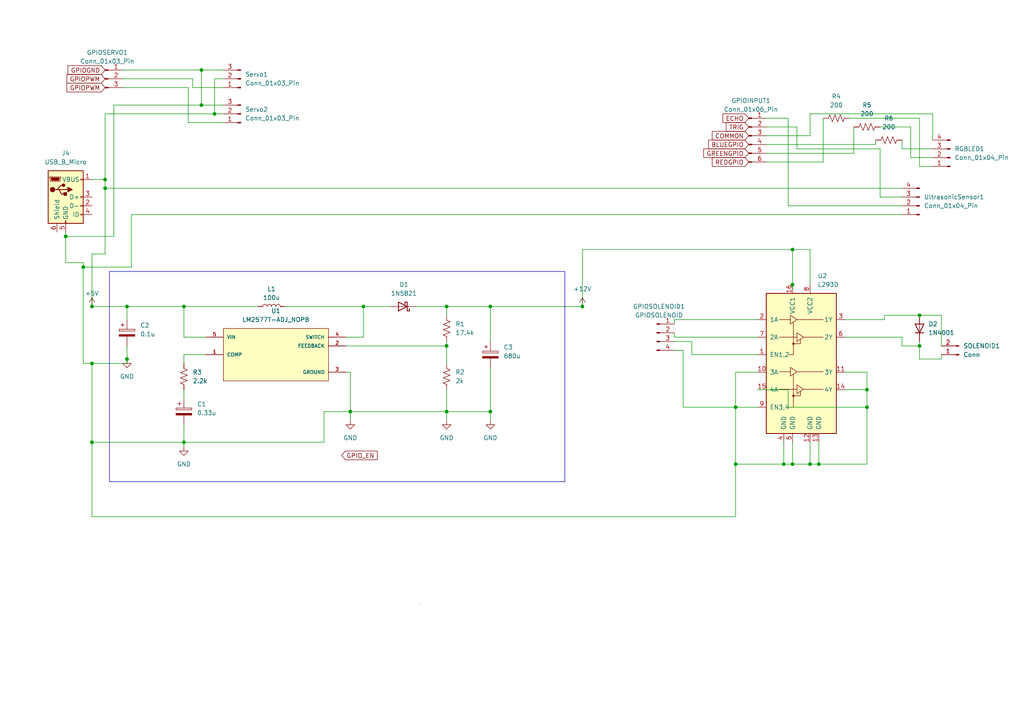
<source format=kicad_sch>
(kicad_sch (version 20231120) (generator "eeschema") (generator_version "8.0")
  (paper "A4")
  (lib_symbols
    (symbol "Connector:Conn_01x02_Pin" (pin_names (offset 1.016) hide)
      (property "Reference" "J" (at 0 2.54 0))
      (property "Value" "Conn_01x02_Pin" (at 0 -5.08 0))
      (symbol "Conn_01x02_Pin_1_1"
        (polyline (pts (xy 1.27 -2.54) (xy 0.8636 -2.54)) (stroke (width 0.1524)))
        (polyline (pts (xy 1.27 0) (xy 0.8636 0)) (stroke (width 0.1524)))
        (rectangle (start 0.8636 -2.413) (end 0 -2.667) (stroke (width 0.1524)) (fill (type outline)))
        (rectangle (start 0.8636 0.127) (end 0 -0.127) (stroke (width 0.1524)) (fill (type outline)))
        (pin passive line (at 5.08 0 180) (length 3.81) (name "Pin_1") (number "1"))
        (pin passive line (at 5.08 -2.54 180) (length 3.81) (name "Pin_2") (number "2"))
      )
    )
    (symbol "Connector:Conn_01x03_Pin" (pin_names (offset 1.016) hide)
      (property "Reference" "J" (at 0 5.08 0))
      (property "Value" "Conn_01x03_Pin" (at 0 -5.08 0))
      (symbol "Conn_01x03_Pin_1_1"
        (polyline (pts (xy 1.27 -2.54) (xy 0.8636 -2.54)) (stroke (width 0.1524)))
        (polyline (pts (xy 1.27 0) (xy 0.8636 0)) (stroke (width 0.1524)))
        (polyline (pts (xy 1.27 2.54) (xy 0.8636 2.54)) (stroke (width 0.1524)))
        (rectangle (start 0.8636 -2.413) (end 0 -2.667) (stroke (width 0.1524)) (fill (type outline)))
        (rectangle (start 0.8636 0.127) (end 0 -0.127) (stroke (width 0.1524)) (fill (type outline)))
        (rectangle (start 0.8636 2.667) (end 0 2.413) (stroke (width 0.1524)) (fill (type outline)))
        (pin passive line (at 5.08 2.54 180) (length 3.81) (name "Pin_1") (number "1"))
        (pin passive line (at 5.08 0 180) (length 3.81) (name "Pin_2") (number "2"))
        (pin passive line (at 5.08 -2.54 180) (length 3.81) (name "Pin_3") (number "3"))
      )
    )
    (symbol "Connector:Conn_01x04_Pin" (pin_names (offset 1.016) hide)
      (property "Reference" "J" (at 0 5.08 0))
      (property "Value" "Conn_01x04_Pin" (at 0 -7.62 0))
      (symbol "Conn_01x04_Pin_1_1"
        (polyline (pts (xy 1.27 -5.08) (xy 0.8636 -5.08)) (stroke (width 0.1524)))
        (polyline (pts (xy 1.27 -2.54) (xy 0.8636 -2.54)) (stroke (width 0.1524)))
        (polyline (pts (xy 1.27 0) (xy 0.8636 0)) (stroke (width 0.1524)))
        (polyline (pts (xy 1.27 2.54) (xy 0.8636 2.54)) (stroke (width 0.1524)))
        (rectangle (start 0.8636 -4.953) (end 0 -5.207) (stroke (width 0.1524)) (fill (type outline)))
        (rectangle (start 0.8636 -2.413) (end 0 -2.667) (stroke (width 0.1524)) (fill (type outline)))
        (rectangle (start 0.8636 0.127) (end 0 -0.127) (stroke (width 0.1524)) (fill (type outline)))
        (rectangle (start 0.8636 2.667) (end 0 2.413) (stroke (width 0.1524)) (fill (type outline)))
        (pin passive line (at 5.08 2.54 180) (length 3.81) (name "Pin_1") (number "1"))
        (pin passive line (at 5.08 0 180) (length 3.81) (name "Pin_2") (number "2"))
        (pin passive line (at 5.08 -2.54 180) (length 3.81) (name "Pin_3") (number "3"))
        (pin passive line (at 5.08 -5.08 180) (length 3.81) (name "Pin_4") (number "4"))
      )
    )
    (symbol "Connector:Conn_01x06_Pin" (pin_names (offset 1.016) hide)
      (property "Reference" "J" (at 0 7.62 0))
      (property "Value" "Conn_01x06_Pin" (at 0 -10.16 0))
      (symbol "Conn_01x06_Pin_1_1"
        (polyline (pts (xy 1.27 -7.62) (xy 0.8636 -7.62)) (stroke (width 0.1524)))
        (polyline (pts (xy 1.27 -5.08) (xy 0.8636 -5.08)) (stroke (width 0.1524)))
        (polyline (pts (xy 1.27 -2.54) (xy 0.8636 -2.54)) (stroke (width 0.1524)))
        (polyline (pts (xy 1.27 0) (xy 0.8636 0)) (stroke (width 0.1524)))
        (polyline (pts (xy 1.27 2.54) (xy 0.8636 2.54)) (stroke (width 0.1524)))
        (polyline (pts (xy 1.27 5.08) (xy 0.8636 5.08)) (stroke (width 0.1524)))
        (rectangle (start 0.8636 -7.493) (end 0 -7.747) (stroke (width 0.1524)) (fill (type outline)))
        (rectangle (start 0.8636 -4.953) (end 0 -5.207) (stroke (width 0.1524)) (fill (type outline)))
        (rectangle (start 0.8636 -2.413) (end 0 -2.667) (stroke (width 0.1524)) (fill (type outline)))
        (rectangle (start 0.8636 0.127) (end 0 -0.127) (stroke (width 0.1524)) (fill (type outline)))
        (rectangle (start 0.8636 2.667) (end 0 2.413) (stroke (width 0.1524)) (fill (type outline)))
        (rectangle (start 0.8636 5.207) (end 0 4.953) (stroke (width 0.1524)) (fill (type outline)))
        (pin passive line (at 5.08 5.08 180) (length 3.81) (name "Pin_1") (number "1"))
        (pin passive line (at 5.08 2.54 180) (length 3.81) (name "Pin_2") (number "2"))
        (pin passive line (at 5.08 0 180) (length 3.81) (name "Pin_3") (number "3"))
        (pin passive line (at 5.08 -2.54 180) (length 3.81) (name "Pin_4") (number "4"))
        (pin passive line (at 5.08 -5.08 180) (length 3.81) (name "Pin_5") (number "5"))
        (pin passive line (at 5.08 -7.62 180) (length 3.81) (name "Pin_6") (number "6"))
      )
    )
    (symbol "Connector:USB_B_Micro" (pin_names (offset 1.016))
      (property "Reference" "J" (at -5.08 11.43 0))
      (property "Value" "USB_B_Micro" (at -5.08 8.89 0))
      (symbol "USB_B_Micro_0_1"
        (rectangle (start -5.08 -7.62) (end 5.08 7.62) (stroke (width 0.254)) (fill (type background)))
        (circle (center -3.81 2.159) (radius 0.635) (stroke (width 0.254)) (fill (type outline)))
        (circle (center -0.635 3.429) (radius 0.381) (stroke (width 0.254)) (fill (type outline)))
        (rectangle (start -0.127 -7.62) (end 0.127 -6.858))
        (polyline (pts (xy -1.905 2.159) (xy 0.635 2.159)) (stroke (width 0.254)))
        (polyline (pts (xy -3.175 2.159) (xy -2.54 2.159) (xy -1.27 3.429) (xy -0.635 3.429)) (stroke (width 0.254)))
        (polyline (pts (xy -2.54 2.159) (xy -1.905 2.159) (xy -1.27 0.889) (xy 0 0.889)) (stroke (width 0.254)))
        (polyline (pts (xy 0.635 2.794) (xy 0.635 1.524) (xy 1.905 2.159) (xy 0.635 2.794)) (stroke (width 0.254)) (fill (type outline)))
        (polyline (pts (xy -4.318 5.588) (xy -1.778 5.588) (xy -2.032 4.826) (xy -4.064 4.826) (xy -4.318 5.588)) (fill (type outline)))
        (polyline (pts (xy -4.699 5.842) (xy -4.699 5.588) (xy -4.445 4.826) (xy -4.445 4.572) (xy -1.651 4.572) (xy -1.651 4.826) (xy -1.397 5.588) (xy -1.397 5.842) (xy -4.699 5.842)))
        (rectangle (start 0.254 1.27) (end -0.508 0.508) (stroke (width 0.254)) (fill (type outline)))
        (rectangle (start 5.08 -5.207) (end 4.318 -4.953))
        (rectangle (start 5.08 -2.667) (end 4.318 -2.413))
        (rectangle (start 5.08 -0.127) (end 4.318 0.127))
        (rectangle (start 5.08 4.953) (end 4.318 5.207))
      )
      (symbol "USB_B_Micro_1_1"
        (pin power_out line (at 7.62 5.08 180) (length 2.54) (name "VBUS") (number "1"))
        (pin bidirectional line (at 7.62 -2.54 180) (length 2.54) (name "D-") (number "2"))
        (pin bidirectional line (at 7.62 0 180) (length 2.54) (name "D+") (number "3"))
        (pin passive line (at 7.62 -5.08 180) (length 2.54) (name "ID") (number "4"))
        (pin power_out line (at 0 -10.16 90) (length 2.54) (name "GND") (number "5"))
        (pin passive line (at -2.54 -10.16 90) (length 2.54) (name "Shield") (number "6"))
      )
    )
    (symbol "Device:C_Polarized" (pin_numbers hide) (pin_names (offset 0.254))
      (property "Reference" "C" (at 0.635 2.54 0))
      (property "Value" "C_Polarized" (at 0.635 -2.54 0))
      (symbol "C_Polarized_0_1"
        (rectangle (start -2.286 0.508) (end 2.286 1.016))
        (polyline (pts (xy -1.778 2.286) (xy -0.762 2.286)))
        (polyline (pts (xy -1.27 2.794) (xy -1.27 1.778)))
        (rectangle (start 2.286 -0.508) (end -2.286 -1.016) (fill (type outline)))
      )
      (symbol "C_Polarized_1_1"
        (pin passive line (at 0 3.81 270) (length 2.794) (name "~") (number "1"))
        (pin passive line (at 0 -3.81 90) (length 2.794) (name "~") (number "2"))
      )
    )
    (symbol "Device:L" (pin_numbers hide) (pin_names (offset 1.016) hide)
      (property "Reference" "L" (at -1.27 0 90))
      (property "Value" "L" (at 1.905 0 90))
      (symbol "L_0_1"
        (arc (start 0 -2.54) (mid 0.6323 -1.905) (end 0 -1.27))
        (arc (start 0 -1.27) (mid 0.6323 -0.635) (end 0 0))
        (arc (start 0 0) (mid 0.6323 0.635) (end 0 1.27))
        (arc (start 0 1.27) (mid 0.6323 1.905) (end 0 2.54))
      )
      (symbol "L_1_1"
        (pin passive line (at 0 3.81 270) (length 1.27) (name "1") (number "1"))
        (pin passive line (at 0 -3.81 90) (length 1.27) (name "2") (number "2"))
      )
    )
    (symbol "Device:R_US" (pin_numbers hide) (pin_names (offset 0))
      (property "Reference" "R" (at 2.54 0 90))
      (property "Value" "R_US" (at -2.54 0 90))
      (symbol "R_US_0_1"
        (polyline (pts (xy 0 -2.286) (xy 0 -2.54)))
        (polyline (pts (xy 0 2.286) (xy 0 2.54)))
        (polyline (pts (xy 0 -0.762) (xy 1.016 -1.143) (xy 0 -1.524) (xy -1.016 -1.905) (xy 0 -2.286)))
        (polyline (pts (xy 0 0.762) (xy 1.016 0.381) (xy 0 0) (xy -1.016 -0.381) (xy 0 -0.762)))
        (polyline (pts (xy 0 2.286) (xy 1.016 1.905) (xy 0 1.524) (xy -1.016 1.143) (xy 0 0.762)))
      )
      (symbol "R_US_1_1"
        (pin passive line (at 0 3.81 270) (length 1.27) (name "~") (number "1"))
        (pin passive line (at 0 -3.81 90) (length 1.27) (name "~") (number "2"))
      )
    )
    (symbol "Diode:1N4001" (pin_numbers hide) (pin_names hide)
      (property "Reference" "D" (at 0 2.54 0))
      (property "Value" "1N4001" (at 0 -2.54 0))
      (symbol "1N4001_0_1"
        (polyline (pts (xy -1.27 1.27) (xy -1.27 -1.27)) (stroke (width 0.254)))
        (polyline (pts (xy 1.27 0) (xy -1.27 0)))
        (polyline (pts (xy 1.27 1.27) (xy 1.27 -1.27) (xy -1.27 0) (xy 1.27 1.27)) (stroke (width 0.254)))
      )
      (symbol "1N4001_1_1"
        (pin passive line (at -3.81 0 0) (length 2.54) (name "K") (number "1"))
        (pin passive line (at 3.81 0 180) (length 2.54) (name "A") (number "2"))
      )
    )
    (symbol "Diode:1N5821" (pin_numbers hide) (pin_names (offset 1.016) hide)
      (property "Reference" "D" (at 0 2.54 0))
      (property "Value" "1N5821" (at 0 -2.54 0))
      (symbol "1N5821_0_1"
        (polyline (pts (xy 1.27 0) (xy -1.27 0)))
        (polyline (pts (xy 1.27 1.27) (xy 1.27 -1.27) (xy -1.27 0) (xy 1.27 1.27)) (stroke (width 0.254)))
        (polyline (pts (xy -1.905 0.635) (xy -1.905 1.27) (xy -1.27 1.27) (xy -1.27 -1.27) (xy -0.635 -1.27) (xy -0.635 -0.635)) (stroke (width 0.254)))
      )
      (symbol "1N5821_1_1"
        (pin passive line (at -3.81 0 0) (length 2.54) (name "K") (number "1"))
        (pin passive line (at 3.81 0 180) (length 2.54) (name "A") (number "2"))
      )
    )
    (symbol "Driver_Motor:L293D" (pin_names (offset 1.016))
      (property "Reference" "U" (at -5.08 26.035 0))
      (property "Value" "L293D" (at -5.08 24.13 0))
      (symbol "L293D_0_1"
        (rectangle (start -10.16 22.86) (end 10.16 -17.78) (stroke (width 0.254)) (fill (type background)))
        (circle (center -2.286 -6.858) (radius 0.254) (fill (type outline)))
        (circle (center -2.286 8.255) (radius 0.254) (fill (type outline)))
        (polyline (pts (xy -6.35 -4.953) (xy -1.27 -4.953)))
        (polyline (pts (xy -6.35 0.127) (xy -3.175 0.127)))
        (polyline (pts (xy -6.35 10.16) (xy -1.27 10.16)))
        (polyline (pts (xy -6.35 15.24) (xy -3.175 15.24)))
        (polyline (pts (xy -1.27 0.127) (xy 6.35 0.127)))
        (polyline (pts (xy -1.27 15.24) (xy 6.35 15.24)))
        (polyline (pts (xy 0.635 -4.953) (xy 6.35 -4.953)))
        (polyline (pts (xy 0.635 10.16) (xy 6.35 10.16)))
        (polyline (pts (xy -2.286 -6.858) (xy -0.254 -6.858) (xy -0.254 -5.588)))
        (polyline (pts (xy -2.286 -0.635) (xy -2.286 -10.16) (xy -3.556 -10.16)))
        (polyline (pts (xy -2.286 8.255) (xy -0.254 8.255) (xy -0.254 9.525)))
        (polyline (pts (xy -2.286 14.478) (xy -2.286 5.08) (xy -3.556 5.08)))
        (polyline (pts (xy -3.175 1.397) (xy -3.175 -1.143) (xy -1.27 0.127) (xy -3.175 1.397)))
        (polyline (pts (xy -3.175 16.51) (xy -3.175 13.97) (xy -1.27 15.24) (xy -3.175 16.51)))
        (polyline (pts (xy -1.27 -3.683) (xy -1.27 -6.223) (xy 0.635 -4.953) (xy -1.27 -3.683)))
        (polyline (pts (xy -1.27 11.43) (xy -1.27 8.89) (xy 0.635 10.16) (xy -1.27 11.43)))
      )
      (symbol "L293D_1_1"
        (pin input line (at -12.7 5.08 0) (length 2.54) (name "EN1,2") (number "1"))
        (pin input line (at -12.7 0 0) (length 2.54) (name "3A") (number "10"))
        (pin output line (at 12.7 0 180) (length 2.54) (name "3Y") (number "11"))
        (pin power_in line (at 2.54 -20.32 90) (length 2.54) (name "GND") (number "12"))
        (pin power_in line (at 5.08 -20.32 90) (length 2.54) (name "GND") (number "13"))
        (pin output line (at 12.7 -5.08 180) (length 2.54) (name "4Y") (number "14"))
        (pin input line (at -12.7 -5.08 0) (length 2.54) (name "4A") (number "15"))
        (pin power_in line (at -2.54 25.4 270) (length 2.54) (name "VCC1") (number "16"))
        (pin input line (at -12.7 15.24 0) (length 2.54) (name "1A") (number "2"))
        (pin output line (at 12.7 15.24 180) (length 2.54) (name "1Y") (number "3"))
        (pin power_in line (at -5.08 -20.32 90) (length 2.54) (name "GND") (number "4"))
        (pin power_in line (at -2.54 -20.32 90) (length 2.54) (name "GND") (number "5"))
        (pin output line (at 12.7 10.16 180) (length 2.54) (name "2Y") (number "6"))
        (pin input line (at -12.7 10.16 0) (length 2.54) (name "2A") (number "7"))
        (pin power_in line (at 2.54 25.4 270) (length 2.54) (name "VCC2") (number "8"))
        (pin input line (at -12.7 -10.16 0) (length 2.54) (name "EN3,4") (number "9"))
      )
    )
    (symbol "LM2577T-ADJ_NOPB:LM2577T-ADJ_NOPB" (pin_names (offset 1.016))
      (property "Reference" "U" (at -15.24 8.382 0))
      (property "Value" "LM2577T-ADJ_NOPB" (at -15.24 -10.16 0))
      (symbol "LM2577T-ADJ_NOPB_0_0"
        (rectangle (start -15.24 -7.62) (end 15.24 7.62) (stroke (width 0.1524)) (fill (type background)))
        (pin passive line (at -20.32 0 0) (length 5.08) (name "COMP") (number "1"))
        (pin input line (at 20.32 2.54 180) (length 5.08) (name "FEEDBACK") (number "2"))
        (pin power_in line (at 20.32 -5.08 180) (length 5.08) (name "GROUND") (number "3"))
        (pin output line (at 20.32 5.08 180) (length 5.08) (name "SWITCH") (number "4"))
        (pin input line (at -20.32 5.08 0) (length 5.08) (name "VIN") (number "5"))
      )
    )
    (symbol "power:+12V" (power) (pin_names (offset 0))
      (property "Value" "+12V" (at 0 3.556 0))
      (symbol "+12V_0_1"
        (polyline (pts (xy -0.762 1.27) (xy 0 2.54)))
        (polyline (pts (xy 0 0) (xy 0 2.54)))
        (polyline (pts (xy 0 2.54) (xy 0.762 1.27)))
      )
      (symbol "+12V_1_1"
        (pin power_in line (at 0 0 90) (length 0) hide (name "+12V") (number "1"))
      )
    )
    (symbol "power:+5V" (power) (pin_names (offset 0))
      (property "Value" "+5V" (at 0 3.556 0))
      (symbol "+5V_0_1"
        (polyline (pts (xy -0.762 1.27) (xy 0 2.54)))
        (polyline (pts (xy 0 0) (xy 0 2.54)))
        (polyline (pts (xy 0 2.54) (xy 0.762 1.27)))
      )
      (symbol "+5V_1_1"
        (pin power_in line (at 0 0 90) (length 0) hide (name "+5V") (number "1"))
      )
    )
    (symbol "power:GND" (power) (pin_names (offset 0))
      (property "Value" "GND" (at 0 -3.81 0))
      (symbol "GND_0_1"
        (polyline (pts (xy 0 0) (xy 0 -1.27) (xy 1.27 -1.27) (xy 0 -2.54) (xy -1.27 -1.27) (xy 0 -1.27)))
      )
      (symbol "GND_1_1"
        (pin power_in line (at 0 0 270) (length 0) hide (name "GND") (number "1"))
      )
    )
  )
  (junction (at 101.6 119.38))
  (junction (at 105.41 88.9))
  (junction (at 237.49 134.62))
  (junction (at 26.67 105.41))
  (junction (at 251.46 113.03))
  (junction (at 129.54 88.9))
  (junction (at 129.54 119.38))
  (junction (at 24.13 77.47))
  (junction (at 229.87 134.62))
  (junction (at 53.34 88.9))
  (junction (at 129.54 100.33))
  (junction (at 58.42 20.32))
  (junction (at 142.24 88.9))
  (junction (at 62.23 33.02))
  (junction (at 266.7 100.33))
  (junction (at 213.36 118.11))
  (junction (at 251.46 118.11))
  (junction (at 227.33 134.62))
  (junction (at 234.95 134.62))
  (junction (at 142.24 119.38))
  (junction (at 19.05 68.58))
  (junction (at 229.87 72.39))
  (junction (at 30.48 52.07))
  (junction (at 58.42 30.48))
  (junction (at 266.7 91.44))
  (junction (at 168.91 88.9))
  (junction (at 36.83 88.9))
  (junction (at 53.34 128.27))
  (junction (at 26.67 88.9))
  (junction (at 229.87 82.55))
  (junction (at 36.83 104.14))
  (junction (at 213.36 134.62))
  (junction (at 26.67 128.27))
  (junction (at 30.48 54.61))
  (wire (pts (xy 228.6 59.69) (xy 228.6 34.29)))
  (wire (pts (xy 245.11 113.03) (xy 251.46 113.03)))
  (wire (pts (xy 58.42 30.48) (xy 64.77 30.48)))
  (wire (pts (xy 264.16 45.72) (xy 270.51 45.72)))
  (wire (pts (xy 198.12 118.11) (xy 198.12 101.6)))
  (wire (pts (xy 62.23 33.02) (xy 62.23 22.86)))
  (wire (pts (xy 54.61 25.4) (xy 54.61 35.56)))
  (wire (pts (xy 24.13 76.2) (xy 24.13 77.47)))
  (wire (pts (xy 19.05 76.2) (xy 24.13 76.2)))
  (wire (pts (xy 229.87 72.39) (xy 168.91 72.39)))
  (wire (pts (xy 213.36 134.62) (xy 213.36 149.86)))
  (wire (pts (xy 93.98 128.27) (xy 93.98 119.38)))
  (wire (pts (xy 234.95 39.37) (xy 222.25 39.37)))
  (wire (pts (xy 105.41 88.9) (xy 113.03 88.9)))
  (wire (pts (xy 219.71 107.95) (xy 213.36 107.95)))
  (wire (pts (xy 251.46 118.11) (xy 251.46 134.62)))
  (wire (pts (xy 273.05 104.14) (xy 273.05 102.87)))
  (wire (pts (xy 234.95 72.39) (xy 229.87 72.39)))
  (wire (pts (xy 142.24 106.68) (xy 142.24 119.38)))
  (wire (pts (xy 266.7 48.26) (xy 270.51 48.26)))
  (wire (pts (xy 229.87 72.39) (xy 229.87 82.55)))
  (wire (pts (xy 266.7 100.33) (xy 266.7 104.14)))
  (wire (pts (xy 247.65 36.83) (xy 247.65 44.45)))
  (wire (pts (xy 255.27 43.18) (xy 231.14 43.18)))
  (wire (pts (xy 261.62 100.33) (xy 266.7 100.33)))
  (wire (pts (xy 129.54 119.38) (xy 142.24 119.38)))
  (wire (pts (xy 229.87 128.27) (xy 229.87 134.62)))
  (wire (pts (xy 19.05 68.58) (xy 19.05 76.2)))
  (wire (pts (xy 142.24 119.38) (xy 142.24 121.92)))
  (wire (pts (xy 254 41.91) (xy 254 40.64)))
  (wire (pts (xy 100.33 107.95) (xy 101.6 107.95)))
  (wire (pts (xy 120.65 88.9) (xy 129.54 88.9)))
  (wire (pts (xy 53.34 128.27) (xy 53.34 129.54)))
  (wire (pts (xy 26.67 149.86) (xy 213.36 149.86)))
  (wire (pts (xy 101.6 107.95) (xy 101.6 119.38)))
  (wire (pts (xy 24.13 105.41) (xy 26.67 105.41)))
  (wire (pts (xy 93.98 119.38) (xy 101.6 119.38)))
  (wire (pts (xy 273.05 91.44) (xy 266.7 91.44)))
  (wire (pts (xy 234.95 33.02) (xy 234.95 39.37)))
  (wire (pts (xy 36.83 105.41) (xy 36.83 104.14)))
  (wire (pts (xy 273.05 100.33) (xy 273.05 91.44)))
  (wire (pts (xy 219.71 113.03) (xy 228.6 113.03)))
  (wire (pts (xy 247.65 44.45) (xy 222.25 44.45)))
  (wire (pts (xy 251.46 107.95) (xy 251.46 113.03)))
  (wire (pts (xy 228.6 118.11) (xy 251.46 118.11)))
  (wire (pts (xy 213.36 107.95) (xy 213.36 118.11)))
  (wire (pts (xy 266.7 34.29) (xy 266.7 48.26)))
  (wire (pts (xy 213.36 118.11) (xy 198.12 118.11)))
  (wire (pts (xy 101.6 119.38) (xy 129.54 119.38)))
  (wire (pts (xy 55.88 25.4) (xy 64.77 25.4)))
  (wire (pts (xy 30.48 73.66) (xy 26.67 73.66)))
  (wire (pts (xy 19.05 67.31) (xy 19.05 68.58)))
  (wire (pts (xy 255.27 57.15) (xy 255.27 43.18)))
  (wire (pts (xy 222.25 36.83) (xy 231.14 36.83)))
  (wire (pts (xy 245.11 92.71) (xy 256.54 92.71)))
  (wire (pts (xy 101.6 119.38) (xy 101.6 121.92)))
  (wire (pts (xy 168.91 72.39) (xy 168.91 88.9)))
  (wire (pts (xy 251.46 113.03) (xy 251.46 118.11)))
  (wire (pts (xy 256.54 92.71) (xy 256.54 91.44)))
  (wire (pts (xy 200.66 102.87) (xy 200.66 99.06)))
  (wire (pts (xy 200.66 99.06) (xy 195.58 99.06)))
  (wire (pts (xy 261.62 43.18) (xy 270.51 43.18)))
  (wire (pts (xy 234.95 128.27) (xy 234.95 134.62)))
  (wire (pts (xy 227.33 134.62) (xy 213.36 134.62)))
  (wire (pts (xy 238.76 46.99) (xy 222.25 46.99)))
  (wire (pts (xy 227.33 128.27) (xy 227.33 134.62)))
  (wire (pts (xy 36.83 100.33) (xy 36.83 104.14)))
  (wire (pts (xy 53.34 113.03) (xy 53.34 115.57)))
  (wire (pts (xy 58.42 20.32) (xy 64.77 20.32)))
  (wire (pts (xy 26.67 73.66) (xy 26.67 88.9)))
  (wire (pts (xy 229.87 82.55) (xy 229.87 83.82)))
  (wire (pts (xy 234.95 82.55) (xy 234.95 72.39)))
  (wire (pts (xy 55.88 22.86) (xy 55.88 25.4)))
  (wire (pts (xy 26.67 105.41) (xy 26.67 128.27)))
  (wire (pts (xy 100.33 100.33) (xy 129.54 100.33)))
  (wire (pts (xy 261.62 40.64) (xy 261.62 43.18)))
  (wire (pts (xy 35.56 25.4) (xy 54.61 25.4)))
  (wire (pts (xy 24.13 77.47) (xy 24.13 105.41)))
  (wire (pts (xy 58.42 30.48) (xy 33.02 30.48)))
  (wire (pts (xy 26.67 105.41) (xy 36.83 105.41)))
  (wire (pts (xy 198.12 101.6) (xy 195.58 101.6)))
  (wire (pts (xy 35.56 22.86) (xy 55.88 22.86)))
  (wire (pts (xy 222.25 41.91) (xy 254 41.91)))
  (wire (pts (xy 234.95 33.02) (xy 270.51 33.02)))
  (wire (pts (xy 53.34 123.19) (xy 53.34 128.27)))
  (wire (pts (xy 105.41 88.9) (xy 105.41 97.79)))
  (wire (pts (xy 129.54 113.03) (xy 129.54 119.38)))
  (wire (pts (xy 246.38 34.29) (xy 266.7 34.29)))
  (wire (pts (xy 228.6 113.03) (xy 228.6 118.11)))
  (wire (pts (xy 36.83 88.9) (xy 36.83 92.71)))
  (wire (pts (xy 238.76 34.29) (xy 238.76 46.99)))
  (wire (pts (xy 62.23 33.02) (xy 64.77 33.02)))
  (wire (pts (xy 264.16 36.83) (xy 264.16 45.72)))
  (wire (pts (xy 213.36 118.11) (xy 219.71 118.11)))
  (wire (pts (xy 129.54 88.9) (xy 142.24 88.9)))
  (wire (pts (xy 38.1 77.47) (xy 24.13 77.47)))
  (wire (pts (xy 54.61 35.56) (xy 64.77 35.56)))
  (wire (pts (xy 129.54 119.38) (xy 129.54 121.92)))
  (wire (pts (xy 30.48 54.61) (xy 30.48 73.66)))
  (wire (pts (xy 195.58 97.79) (xy 219.71 97.79)))
  (wire (pts (xy 82.55 88.9) (xy 105.41 88.9)))
  (wire (pts (xy 228.6 34.29) (xy 222.25 34.29)))
  (wire (pts (xy 213.36 118.11) (xy 213.36 134.62)))
  (wire (pts (xy 105.41 97.79) (xy 100.33 97.79)))
  (wire (pts (xy 234.95 134.62) (xy 237.49 134.62)))
  (wire (pts (xy 35.56 20.32) (xy 58.42 20.32)))
  (wire (pts (xy 30.48 52.07) (xy 30.48 54.61)))
  (wire (pts (xy 256.54 91.44) (xy 266.7 91.44)))
  (wire (pts (xy 36.83 88.9) (xy 53.34 88.9)))
  (wire (pts (xy 195.58 92.71) (xy 195.58 93.98)))
  (wire (pts (xy 53.34 128.27) (xy 93.98 128.27)))
  (wire (pts (xy 266.7 99.06) (xy 266.7 100.33)))
  (wire (pts (xy 53.34 88.9) (xy 74.93 88.9)))
  (wire (pts (xy 270.51 33.02) (xy 270.51 40.64)))
  (wire (pts (xy 38.1 62.23) (xy 38.1 77.47)))
  (wire (pts (xy 26.67 88.9) (xy 36.83 88.9)))
  (wire (pts (xy 255.27 36.83) (xy 264.16 36.83)))
  (wire (pts (xy 237.49 134.62) (xy 237.49 128.27)))
  (wire (pts (xy 129.54 100.33) (xy 129.54 105.41)))
  (wire (pts (xy 195.58 97.79) (xy 195.58 96.52)))
  (wire (pts (xy 26.67 128.27) (xy 26.67 149.86)))
  (wire (pts (xy 251.46 134.62) (xy 237.49 134.62)))
  (wire (pts (xy 59.69 102.87) (xy 53.34 102.87)))
  (wire (pts (xy 26.67 128.27) (xy 53.34 128.27)))
  (wire (pts (xy 261.62 57.15) (xy 255.27 57.15)))
  (wire (pts (xy 229.87 134.62) (xy 234.95 134.62)))
  (wire (pts (xy 30.48 33.02) (xy 62.23 33.02)))
  (wire (pts (xy 266.7 104.14) (xy 273.05 104.14)))
  (wire (pts (xy 261.62 62.23) (xy 38.1 62.23)))
  (wire (pts (xy 142.24 88.9) (xy 142.24 99.06)))
  (wire (pts (xy 58.42 20.32) (xy 58.42 30.48)))
  (wire (pts (xy 26.67 52.07) (xy 30.48 52.07)))
  (wire (pts (xy 261.62 97.79) (xy 261.62 100.33)))
  (wire (pts (xy 231.14 43.18) (xy 231.14 36.83)))
  (wire (pts (xy 33.02 68.58) (xy 19.05 68.58)))
  (wire (pts (xy 53.34 102.87) (xy 53.34 105.41)))
  (wire (pts (xy 53.34 97.79) (xy 53.34 88.9)))
  (wire (pts (xy 62.23 22.86) (xy 64.77 22.86)))
  (wire (pts (xy 200.66 102.87) (xy 219.71 102.87)))
  (wire (pts (xy 142.24 88.9) (xy 168.91 88.9)))
  (wire (pts (xy 129.54 100.33) (xy 129.54 99.06)))
  (wire (pts (xy 129.54 91.44) (xy 129.54 88.9)))
  (wire (pts (xy 59.69 97.79) (xy 53.34 97.79)))
  (wire (pts (xy 227.33 134.62) (xy 229.87 134.62)))
  (wire (pts (xy 245.11 97.79) (xy 261.62 97.79)))
  (wire (pts (xy 33.02 30.48) (xy 33.02 68.58)))
  (wire (pts (xy 261.62 54.61) (xy 30.48 54.61)))
  (wire (pts (xy 245.11 107.95) (xy 251.46 107.95)))
  (wire (pts (xy 30.48 52.07) (xy 30.48 33.02)))
  (wire (pts (xy 228.6 59.69) (xy 261.62 59.69)))
  (wire (pts (xy 195.58 92.71) (xy 219.71 92.71)))
  (rectangle (start 121.92 175.26) (end 121.92 175.26))
  (rectangle (start 31.75 78.74) (end 163.83 139.7))
  (global_label "REDGPIO" (shape input) (at 217.17 46.99 180) (property "Intersheetrefs" "${INTERSHEET_REFS}" (effects (hide yes))))
  (global_label "GPIOPWM" (shape input) (at 30.48 22.86 180) (property "Intersheetrefs" "${INTERSHEET_REFS}" (effects (hide yes))))
  (global_label "GPIOPWM" (shape input) (at 30.48 25.4 180) (property "Intersheetrefs" "${INTERSHEET_REFS}" (effects (hide yes))))
  (global_label "COMMON" (shape input) (at 217.17 39.37 180) (property "Intersheetrefs" "${INTERSHEET_REFS}" (effects (hide yes))))
  (global_label "TRIG" (shape input) (at 217.17 36.83 180) (property "Intersheetrefs" "${INTERSHEET_REFS}" (effects (hide yes))))
  (global_label "GREENGPIO" (shape input) (at 217.17 44.45 180) (property "Intersheetrefs" "${INTERSHEET_REFS}" (effects (hide yes))))
  (global_label "GPIOGND" (shape input) (at 30.48 20.32 180) (property "Intersheetrefs" "${INTERSHEET_REFS}" (effects (hide yes))))
  (global_label "ECHO" (shape input) (at 217.17 34.29 180) (property "Intersheetrefs" "${INTERSHEET_REFS}" (effects (hide yes))))
  (global_label "BLUEGPIO" (shape input) (at 217.17 41.91 180) (property "Intersheetrefs" "${INTERSHEET_REFS}" (effects (hide yes))))
  (global_label "GPIO_EN" (shape input) (at 99.06 132.08 0) (property "Intersheetrefs" "${INTERSHEET_REFS}" (effects (hide yes))))
  (symbol (lib_id "LM2577T-ADJ_NOPB:LM2577T-ADJ_NOPB") (at 80.01 102.87 0) (unit 1)
    (property "Reference" "U1" (at 80.01 90.17 0))
    (property "Value" "LM2577T-ADJ_NOPB" (at 80.01 92.71 0))
    (property "Footprint" "Kicad:VREG_LM2577T-ADJ_NOPB" (effects (hide yes)))
    (property "Description" "\nSIMPLE SWITCHER&reg; 3.5V to 40V, 3A Low Component Count Step-Up Regulator 5-TO-220 -40 to 125\n" (effects (hide yes)))
    (property "MF" "Texas Instruments" (effects (hide yes)))
    (property "MAXIMUM_PACKAGE_HEIGHT" "18.11mm" (effects (hide yes)))
    (property "Package" "TO-220-5 Texas Instruments" (effects (hide yes)))
    (property "Price" "None" (effects (hide yes)))
    (property "Check_prices" "https://www.snapeda.com/parts/LM2577T-ADJ/Texas+Instruments/view-part/?ref=eda" (effects (hide yes)))
    (property "STANDARD" "Manufacturer Recommendation" (effects (hide yes)))
    (property "PARTREV" "D" (effects (hide yes)))
    (property "SnapEDA_Link" "https://www.snapeda.com/parts/LM2577T-ADJ/Texas+Instruments/view-part/?ref=snap" (effects (hide yes)))
    (property "MP" "LM2577T-ADJ" (effects (hide yes)))
    (property "Purchase-URL" "https://www.snapeda.com/api/url_track_click_mouser/?unipart_id=230288&manufacturer=Texas Instruments&part_name=LM2577T-ADJ&search_term=lm2577" (effects (hide yes)))
    (property "Availability" "In Stock" (effects (hide yes)))
    (property "MANUFACTURER" "Texas Instruments" (effects (hide yes)))
  )
  (symbol (lib_id "Diode:1N4001") (at 266.7 95.25 90) (unit 1)
    (property "Reference" "D2" (at 269.24 93.98 90) (effects (justify right)))
    (property "Value" "1N4001" (at 269.24 96.52 90) (effects (justify right)))
    (property "Footprint" "Diode_THT:D_DO-41_SOD81_P10.16mm_Horizontal" (effects (hide yes)))
    (property "Datasheet" "http://www.vishay.com/docs/88503/1n4001.pdf" (effects (hide yes)))
    (property "Sim.Device" "D" (effects (hide yes)))
    (property "Sim.Pins" "1=K 2=A" (effects (hide yes)))
  )
  (symbol (lib_id "Device:R_US") (at 129.54 109.22 0) (unit 1)
    (property "Reference" "R2" (at 132.08 107.95 0) (effects (justify left)))
    (property "Value" "2k" (at 132.08 110.49 0) (effects (justify left)))
    (property "Footprint" "Resistor_THT:R_Axial_DIN0204_L3.6mm_D1.6mm_P7.62mm_Horizontal" (effects (hide yes)))
  )
  (symbol (lib_id "Connector:Conn_01x04_Pin") (at 266.7 59.69 180) (unit 1)
    (property "Reference" "UltrasonicSensor1" (at 267.97 57.1499 0) (effects (justify right)))
    (property "Value" "Conn_01x04_Pin" (at 267.97 59.6899 0) (effects (justify right)))
    (property "Description" "Generic connector, single row, 01x04, script generated" (effects (hide yes)))
  )
  (symbol (lib_id "Connector:Conn_01x04_Pin") (at 190.5 96.52 0) (unit 1)
    (property "Reference" "GPIOSOLENOID1" (at 191.135 88.9 0))
    (property "Value" "GPIOSOLENOID" (at 191.135 91.44 0))
    (property "Footprint" "Connector_JST:JST_EH_B4B-EH-A_1x04_P2.50mm_Vertical" (effects (hide yes)))
  )
  (symbol (lib_id "Connector:Conn_01x03_Pin") (at 30.48 22.86 0) (unit 1)
    (property "Reference" "GPIOSERVO1" (at 31.115 15.24 0))
    (property "Value" "Conn_01x03_Pin" (at 31.115 17.78 0))
    (property "Description" "Generic connector, single row, 01x03, script generated" (effects (hide yes)))
  )
  (symbol (lib_id "Diode:1N5821") (at 116.84 88.9 180) (unit 1)
    (property "Reference" "D1" (at 117.1575 82.55 0))
    (property "Value" "1N5821" (at 117.1575 85.09 0))
    (property "Footprint" "Diode_THT:D_DO-201AD_P15.24mm_Horizontal" (effects (hide yes)))
    (property "Datasheet" "http://www.vishay.com/docs/88526/1n5820.pdf" (effects (hide yes)))
  )
  (symbol (lib_id "power:GND") (at 53.34 129.54 0) (unit 1)
    (property "Reference" "#PWR04" (effects (hide yes)))
    (property "Value" "GND" (at 53.34 134.62 0))
  )
  (symbol (lib_id "Device:R_US") (at 251.46 36.83 270) (unit 1)
    (property "Reference" "R5" (at 251.46 30.48 90))
    (property "Value" "200" (at 251.46 33.02 90))
    (property "Footprint" "Resistor_THT:R_Axial_DIN0204_L3.6mm_D1.6mm_P7.62mm_Horizontal" (effects (hide yes)))
  )
  (symbol (lib_id "Connector:Conn_01x03_Pin") (at 69.85 33.02 180) (unit 1)
    (property "Reference" "Servo2" (at 71.12 31.7499 0) (effects (justify right)))
    (property "Value" "Conn_01x03_Pin" (at 71.12 34.2899 0) (effects (justify right)))
    (property "Description" "Generic connector, single row, 01x03, script generated" (effects (hide yes)))
  )
  (symbol (lib_id "power:+5V") (at 26.67 88.9 0) (unit 1)
    (property "Reference" "#PWR06" (effects (hide yes)))
    (property "Value" "+5V" (at 26.67 85.09 0))
  )
  (symbol (lib_id "Device:R_US") (at 53.34 109.22 0) (unit 1)
    (property "Reference" "R3" (at 55.88 107.95 0) (effects (justify left)))
    (property "Value" "2.2k" (at 55.88 110.49 0) (effects (justify left)))
    (property "Footprint" "Resistor_THT:R_Axial_DIN0204_L3.6mm_D1.6mm_P7.62mm_Horizontal" (effects (hide yes)))
  )
  (symbol (lib_id "power:GND") (at 36.83 104.14 0) (unit 1)
    (property "Reference" "#PWR05" (effects (hide yes)))
    (property "Value" "GND" (at 36.83 109.22 0))
  )
  (symbol (lib_id "power:+12V") (at 168.91 88.9 0) (unit 1)
    (property "Reference" "#PWR07" (effects (hide yes)))
    (property "Value" "+12V" (at 168.91 83.82 0))
  )
  (symbol (lib_id "Connector:USB_B_Micro") (at 19.05 57.15 0) (unit 1)
    (property "Reference" "J4" (at 19.05 44.45 0))
    (property "Value" "USB_B_Micro" (at 19.05 46.99 0))
    (property "Description" "USB Micro Type B connector" (effects (hide yes)))
  )
  (symbol (lib_id "Device:R_US") (at 257.81 40.64 90) (unit 1)
    (property "Reference" "R6" (at 257.81 34.29 90))
    (property "Value" "200" (at 257.81 36.83 90))
    (property "Footprint" "Resistor_THT:R_Axial_DIN0204_L3.6mm_D1.6mm_P7.62mm_Horizontal" (effects (hide yes)))
  )
  (symbol (lib_id "Connector:Conn_01x02_Pin") (at 278.13 102.87 180) (unit 1)
    (property "Reference" "SOLENOID1" (at 279.4 100.3299 0) (effects (justify right)))
    (property "Value" "Conn" (at 279.4 102.8699 0) (effects (justify right)))
    (property "Footprint" "Connector_JST:JST_EH_B2B-EH-A_1x02_P2.50mm_Vertical" (effects (hide yes)))
  )
  (symbol (lib_id "Connector:Conn_01x06_Pin") (at 217.17 39.37 0) (unit 1)
    (property "Reference" "GPIOINPUT1" (at 217.805 29.21 0))
    (property "Value" "Conn_01x06_Pin" (at 217.805 31.75 0))
    (property "Description" "Generic connector, single row, 01x06, script generated" (effects (hide yes)))
  )
  (symbol (lib_id "power:GND") (at 129.54 121.92 0) (unit 1)
    (property "Reference" "#PWR01" (effects (hide yes)))
    (property "Value" "GND" (at 129.54 127 0))
  )
  (symbol (lib_id "Device:C_Polarized") (at 53.34 119.38 0) (unit 1)
    (property "Reference" "C1" (at 57.15 117.221 0) (effects (justify left)))
    (property "Value" "0.33u" (at 57.15 119.761 0) (effects (justify left)))
    (property "Footprint" "Capacitor_THT:CP_Radial_D5.0mm_P2.50mm" (effects (hide yes)))
  )
  (symbol (lib_id "Connector:Conn_01x04_Pin") (at 275.59 45.72 180) (unit 1)
    (property "Reference" "RGBLED1" (at 276.86 43.1799 0) (effects (justify right)))
    (property "Value" "Conn_01x04_Pin" (at 276.86 45.7199 0) (effects (justify right)))
    (property "Description" "Generic connector, single row, 01x04, script generated" (effects (hide yes)))
  )
  (symbol (lib_id "Device:C_Polarized") (at 142.24 102.87 0) (unit 1)
    (property "Reference" "C3" (at 146.05 100.711 0) (effects (justify left)))
    (property "Value" "680u" (at 146.05 103.251 0) (effects (justify left)))
    (property "Footprint" "Capacitor_THT:CP_Radial_D10.0mm_P5.00mm" (effects (hide yes)))
  )
  (symbol (lib_id "Connector:Conn_01x03_Pin") (at 69.85 22.86 180) (unit 1)
    (property "Reference" "Servo1" (at 71.12 21.5899 0) (effects (justify right)))
    (property "Value" "Conn_01x03_Pin" (at 71.12 24.1299 0) (effects (justify right)))
    (property "Description" "Generic connector, single row, 01x03, script generated" (effects (hide yes)))
  )
  (symbol (lib_id "Device:R_US") (at 129.54 95.25 0) (unit 1)
    (property "Reference" "R1" (at 132.08 93.98 0) (effects (justify left)))
    (property "Value" "17.4k" (at 132.08 96.52 0) (effects (justify left)))
    (property "Footprint" "Resistor_THT:R_Axial_DIN0204_L3.6mm_D1.6mm_P7.62mm_Horizontal" (effects (hide yes)))
  )
  (symbol (lib_id "Driver_Motor:L293D") (at 232.41 107.95 0) (unit 1)
    (property "Reference" "U2" (at 237.1441 80.01 0) (effects (justify left)))
    (property "Value" "L293D" (at 237.1441 82.55 0) (effects (justify left)))
    (property "Footprint" "Package_DIP:DIP-16_W7.62mm" (effects (hide yes)))
    (property "Datasheet" "http://www.ti.com/lit/ds/symlink/l293.pdf" (effects (hide yes)))
  )
  (symbol (lib_id "Device:R_US") (at 242.57 34.29 90) (unit 1)
    (property "Reference" "R4" (at 242.57 27.94 90))
    (property "Value" "200" (at 242.57 30.48 90))
    (property "Footprint" "Resistor_THT:R_Axial_DIN0204_L3.6mm_D1.6mm_P7.62mm_Horizontal" (effects (hide yes)))
  )
  (symbol (lib_id "Device:L") (at 78.74 88.9 90) (unit 1)
    (property "Reference" "L1" (at 78.74 83.82 90))
    (property "Value" "100u" (at 78.74 86.36 90))
    (property "Footprint" "Inductor_THT:L_Radial_D8.7mm_P5.00mm_Fastron_07HCP" (effects (hide yes)))
  )
  (symbol (lib_id "Device:C_Polarized") (at 36.83 96.52 0) (unit 1)
    (property "Reference" "C2" (at 40.64 94.361 0) (effects (justify left)))
    (property "Value" "0.1u" (at 40.64 96.901 0) (effects (justify left)))
    (property "Footprint" "Capacitor_THT:CP_Radial_D5.0mm_P2.50mm" (effects (hide yes)))
  )
  (symbol (lib_id "power:GND") (at 101.6 121.92 0) (unit 1)
    (property "Reference" "#PWR02" (effects (hide yes)))
    (property "Value" "GND" (at 101.6 127 0))
  )
  (symbol (lib_id "power:GND") (at 142.24 121.92 0) (unit 1)
    (property "Reference" "#PWR03" (effects (hide yes)))
    (property "Value" "GND" (at 142.24 127 0))
  )
)
</source>
